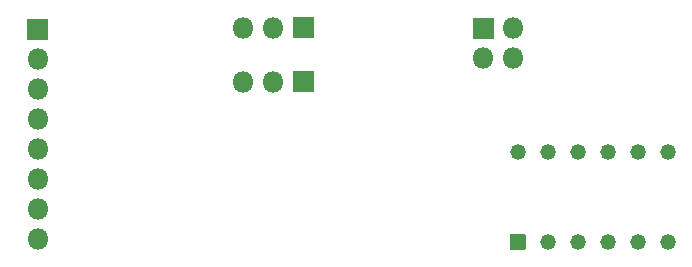
<source format=gbr>
G04 #@! TF.GenerationSoftware,KiCad,Pcbnew,(5.1.8)-1*
G04 #@! TF.CreationDate,2021-02-01T15:09:40-08:00*
G04 #@! TF.ProjectId,Modular_single_driver_Driver,4d6f6475-6c61-4725-9f73-696e676c655f,rev?*
G04 #@! TF.SameCoordinates,Original*
G04 #@! TF.FileFunction,Soldermask,Bot*
G04 #@! TF.FilePolarity,Negative*
%FSLAX46Y46*%
G04 Gerber Fmt 4.6, Leading zero omitted, Abs format (unit mm)*
G04 Created by KiCad (PCBNEW (5.1.8)-1) date 2021-02-01 15:09:40*
%MOMM*%
%LPD*%
G01*
G04 APERTURE LIST*
%ADD10O,1.800000X1.800000*%
%ADD11C,1.320000*%
G04 APERTURE END LIST*
D10*
X169291000Y-111379000D03*
X171831000Y-111379000D03*
G36*
G01*
X173521000Y-110479000D02*
X175221000Y-110479000D01*
G75*
G02*
X175271000Y-110529000I0J-50000D01*
G01*
X175271000Y-112229000D01*
G75*
G02*
X175221000Y-112279000I-50000J0D01*
G01*
X173521000Y-112279000D01*
G75*
G02*
X173471000Y-112229000I0J50000D01*
G01*
X173471000Y-110529000D01*
G75*
G02*
X173521000Y-110479000I50000J0D01*
G01*
G37*
G36*
G01*
X188711000Y-107704001D02*
X188711000Y-106004001D01*
G75*
G02*
X188761000Y-105954001I50000J0D01*
G01*
X190461000Y-105954001D01*
G75*
G02*
X190511000Y-106004001I0J-50000D01*
G01*
X190511000Y-107704001D01*
G75*
G02*
X190461000Y-107754001I-50000J0D01*
G01*
X188761000Y-107754001D01*
G75*
G02*
X188711000Y-107704001I0J50000D01*
G01*
G37*
X192151000Y-106854001D03*
X189611000Y-109394001D03*
X192151000Y-109394001D03*
G36*
G01*
X150992000Y-107784000D02*
X150992000Y-106084000D01*
G75*
G02*
X151042000Y-106034000I50000J0D01*
G01*
X152742000Y-106034000D01*
G75*
G02*
X152792000Y-106084000I0J-50000D01*
G01*
X152792000Y-107784000D01*
G75*
G02*
X152742000Y-107834000I-50000J0D01*
G01*
X151042000Y-107834000D01*
G75*
G02*
X150992000Y-107784000I0J50000D01*
G01*
G37*
X151892000Y-109474000D03*
X151892000Y-112014000D03*
X151892000Y-114554000D03*
X151892000Y-117094000D03*
X151892000Y-119634000D03*
X151892000Y-122174000D03*
X151892000Y-124714000D03*
G36*
G01*
X173521000Y-105907000D02*
X175221000Y-105907000D01*
G75*
G02*
X175271000Y-105957000I0J-50000D01*
G01*
X175271000Y-107657000D01*
G75*
G02*
X175221000Y-107707000I-50000J0D01*
G01*
X173521000Y-107707000D01*
G75*
G02*
X173471000Y-107657000I0J50000D01*
G01*
X173471000Y-105957000D01*
G75*
G02*
X173521000Y-105907000I50000J0D01*
G01*
G37*
X171831000Y-106807000D03*
X169291000Y-106807000D03*
G36*
G01*
X193142000Y-125628000D02*
X191922000Y-125628000D01*
G75*
G02*
X191872000Y-125578000I0J50000D01*
G01*
X191872000Y-124358000D01*
G75*
G02*
X191922000Y-124308000I50000J0D01*
G01*
X193142000Y-124308000D01*
G75*
G02*
X193192000Y-124358000I0J-50000D01*
G01*
X193192000Y-125578000D01*
G75*
G02*
X193142000Y-125628000I-50000J0D01*
G01*
G37*
D11*
X195072000Y-124968000D03*
X197612000Y-124968000D03*
X200152000Y-124968000D03*
X202692000Y-124968000D03*
X205232000Y-124968000D03*
X205232000Y-117348000D03*
X202692000Y-117348000D03*
X200152000Y-117348000D03*
X197612000Y-117348000D03*
X195072000Y-117348000D03*
X192532000Y-117348000D03*
M02*

</source>
